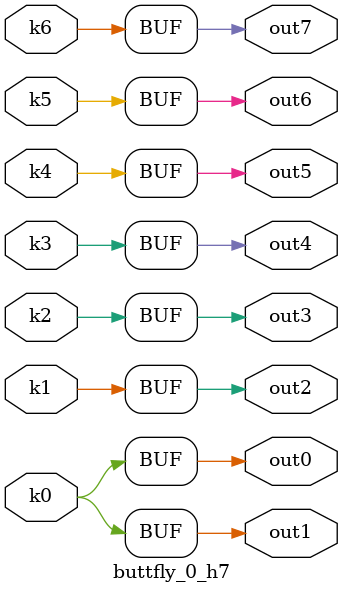
<source format=v>
module buttfly_0(pi00, pi01, pi02, pi03, pi04, pi05, pi06, pi07, pi08, pi09, po0, po1, po2, po3, po4, po5, po6, po7);
input pi00, pi01, pi02, pi03, pi04, pi05, pi06, pi07, pi08, pi09;
output po0, po1, po2, po3, po4, po5, po6, po7;
wire k0, k1, k2, k3, k4, k5, k6;
buttfly_0_w7 DUT1 (pi00, pi01, pi02, pi03, pi04, pi05, pi06, pi07, pi08, pi09, k0, k1, k2, k3, k4, k5, k6);
buttfly_0_h7 DUT2 (k0, k1, k2, k3, k4, k5, k6, po0, po1, po2, po3, po4, po5, po6, po7);
endmodule

module buttfly_0_w7(in9, in8, in7, in6, in5, in4, in3, in2, in1, in0, k6, k5, k4, k3, k2, k1, k0);
input in9, in8, in7, in6, in5, in4, in3, in2, in1, in0;
output k6, k5, k4, k3, k2, k1, k0;
assign k0 =   ((in7 ^ in4) & (((~in8 | in5) & ((in1 & (~in9 | in6)) | (~in9 & in6))) | (~in8 & in5))) | ((in8 | ~in5) & ((in9 & ~in6) | (in0 & (in9 | ~in6))) & (~in7 ^ in4)) | (in8 & ~in5 & (~in7 ^ in4));
assign k1 =   ((~in8 ^ in5) & ((in1 & (~in9 | in6)) | (~in9 & in6))) | (((in9 & ~in6) | (in0 & (in9 | ~in6))) & (in8 ^ in5));
assign k2 =   (in1 & (in9 ^ in6)) | (in0 & (~in9 ^ in6));
assign k3 =   (((in9 & (in6 | in3)) | (in6 & in3)) & (~in7 | ~in4) & (in8 | in5)) | (in8 & in5 & (~in7 | ~in4)) | (~in7 & ~in4);
assign k4 =   ((in7 ^ in4) & (((in8 | in5) & ((in3 & (in9 | in6)) | (in9 & in6))) | (in8 & in5))) | ((~in8 | ~in5) & ((~in9 & ~in6) | (in2 & (~in9 | ~in6))) & (~in7 ^ in4)) | (~in8 & ~in5 & (~in7 ^ in4));
assign k5 =   ((in8 ^ in5) & ((in3 & (in9 | in6)) | (in9 & in6))) | (((~in9 & ~in6) | (in2 & (~in9 | ~in6))) & (~in8 ^ in5));
assign k6 =   (in3 & (in9 ^ in6)) | (in2 & (~in9 ^ in6));
endmodule

module buttfly_0_h7(k6, k5, k4, k3, k2, k1, k0, out7, out6, out5, out4, out3, out2, out1, out0);
input k6, k5, k4, k3, k2, k1, k0;
output out7, out6, out5, out4, out3, out2, out1, out0;
assign out0 = k0;
assign out1 = k0;
assign out2 = k1;
assign out3 = k2;
assign out4 = k3;
assign out5 = k4;
assign out6 = k5;
assign out7 = k6;
endmodule

</source>
